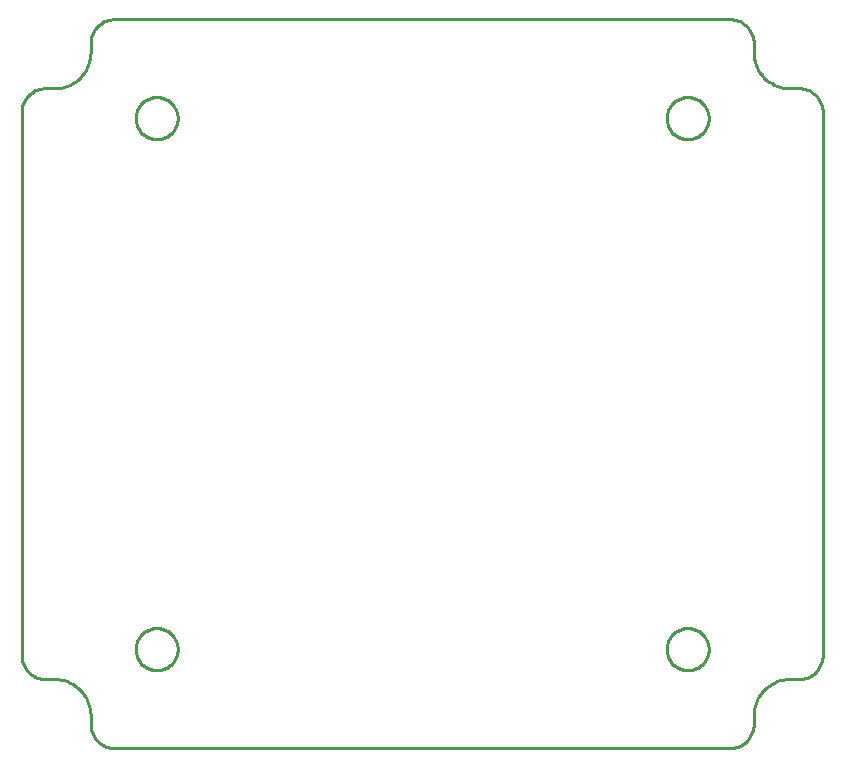
<source format=gbr>
G04 EAGLE Gerber RS-274X export*
G75*
%MOMM*%
%FSLAX34Y34*%
%LPD*%
%IN*%
%IPPOS*%
%AMOC8*
5,1,8,0,0,1.08239X$1,22.5*%
G01*
%ADD10C,0.254000*%


D10*
X0Y78740D02*
X77Y76969D01*
X309Y75211D01*
X692Y73481D01*
X1225Y71790D01*
X1904Y70152D01*
X2722Y68580D01*
X3675Y67085D01*
X4754Y65679D01*
X5952Y64372D01*
X7259Y63174D01*
X8665Y62095D01*
X10160Y61142D01*
X11732Y60324D01*
X13370Y59645D01*
X15061Y59112D01*
X16791Y58729D01*
X18549Y58497D01*
X20320Y58420D01*
X27940Y58420D01*
X30597Y58304D01*
X33233Y57957D01*
X35829Y57381D01*
X38365Y56582D01*
X40821Y55564D01*
X43180Y54336D01*
X45423Y52908D01*
X47532Y51289D01*
X49493Y49493D01*
X51289Y47532D01*
X52908Y45423D01*
X54336Y43180D01*
X55564Y40821D01*
X56582Y38365D01*
X57381Y35829D01*
X57957Y33233D01*
X58304Y30597D01*
X58420Y27940D01*
X58420Y20320D01*
X58497Y18549D01*
X58729Y16791D01*
X59112Y15061D01*
X59645Y13370D01*
X60324Y11732D01*
X61142Y10160D01*
X62095Y8665D01*
X63174Y7259D01*
X64372Y5952D01*
X65679Y4754D01*
X67085Y3675D01*
X68580Y2722D01*
X70152Y1904D01*
X71790Y1225D01*
X73481Y692D01*
X75211Y309D01*
X76969Y77D01*
X78740Y0D01*
X599440Y0D01*
X601211Y77D01*
X602969Y309D01*
X604699Y692D01*
X606390Y1225D01*
X608028Y1904D01*
X609600Y2722D01*
X611095Y3675D01*
X612501Y4754D01*
X613808Y5952D01*
X615006Y7259D01*
X616085Y8665D01*
X617038Y10160D01*
X617856Y11732D01*
X618535Y13370D01*
X619068Y15061D01*
X619451Y16791D01*
X619683Y18549D01*
X619760Y20320D01*
X619760Y27940D01*
X619876Y30597D01*
X620223Y33233D01*
X620799Y35829D01*
X621598Y38365D01*
X622616Y40821D01*
X623844Y43180D01*
X625272Y45423D01*
X626891Y47532D01*
X628687Y49493D01*
X630648Y51289D01*
X632757Y52908D01*
X635000Y54336D01*
X637359Y55564D01*
X639815Y56582D01*
X642351Y57381D01*
X644947Y57957D01*
X647584Y58304D01*
X650240Y58420D01*
X657860Y58420D01*
X659631Y58497D01*
X661389Y58729D01*
X663119Y59112D01*
X664810Y59645D01*
X666448Y60324D01*
X668020Y61142D01*
X669515Y62095D01*
X670921Y63174D01*
X672228Y64372D01*
X673426Y65679D01*
X674505Y67085D01*
X675458Y68580D01*
X676276Y70152D01*
X676955Y71790D01*
X677488Y73481D01*
X677871Y75211D01*
X678103Y76969D01*
X678180Y78740D01*
X678180Y538480D01*
X678103Y540251D01*
X677871Y542009D01*
X677488Y543739D01*
X676955Y545430D01*
X676276Y547068D01*
X675458Y548640D01*
X674505Y550135D01*
X673426Y551541D01*
X672228Y552848D01*
X670921Y554046D01*
X669515Y555125D01*
X668020Y556078D01*
X666448Y556896D01*
X664810Y557575D01*
X663119Y558108D01*
X661389Y558491D01*
X659631Y558723D01*
X657860Y558800D01*
X650240Y558800D01*
X647584Y558916D01*
X644947Y559263D01*
X642351Y559839D01*
X639815Y560638D01*
X637359Y561656D01*
X635000Y562884D01*
X632757Y564312D01*
X630648Y565931D01*
X628687Y567727D01*
X626891Y569688D01*
X625272Y571797D01*
X623844Y574040D01*
X622616Y576399D01*
X621598Y578855D01*
X620799Y581391D01*
X620223Y583987D01*
X619876Y586624D01*
X619760Y589280D01*
X619760Y596900D01*
X619683Y598671D01*
X619451Y600429D01*
X619068Y602159D01*
X618535Y603850D01*
X617856Y605488D01*
X617038Y607060D01*
X616085Y608555D01*
X615006Y609961D01*
X613808Y611268D01*
X612501Y612466D01*
X611095Y613545D01*
X609600Y614498D01*
X608028Y615316D01*
X606390Y615995D01*
X604699Y616528D01*
X602969Y616911D01*
X601211Y617143D01*
X599440Y617220D01*
X78740Y617220D01*
X76969Y617143D01*
X75211Y616911D01*
X73481Y616528D01*
X71790Y615995D01*
X70152Y615316D01*
X68580Y614498D01*
X67085Y613545D01*
X65679Y612466D01*
X64372Y611268D01*
X63174Y609961D01*
X62095Y608555D01*
X61142Y607060D01*
X60324Y605488D01*
X59645Y603850D01*
X59112Y602159D01*
X58729Y600429D01*
X58497Y598671D01*
X58420Y596900D01*
X58420Y589280D01*
X58304Y586624D01*
X57957Y583987D01*
X57381Y581391D01*
X56582Y578855D01*
X55564Y576399D01*
X54336Y574040D01*
X52908Y571797D01*
X51289Y569688D01*
X49493Y567727D01*
X47532Y565931D01*
X45423Y564312D01*
X43180Y562884D01*
X40821Y561656D01*
X38365Y560638D01*
X35829Y559839D01*
X33233Y559263D01*
X30597Y558916D01*
X27940Y558800D01*
X20320Y558800D01*
X18549Y558723D01*
X16791Y558491D01*
X15061Y558108D01*
X13370Y557575D01*
X11732Y556896D01*
X10160Y556078D01*
X8665Y555125D01*
X7259Y554046D01*
X5952Y552848D01*
X4754Y551541D01*
X3675Y550135D01*
X2722Y548640D01*
X1904Y547068D01*
X1225Y545430D01*
X692Y543739D01*
X309Y542009D01*
X77Y540251D01*
X0Y538480D01*
X0Y78740D01*
X132080Y532818D02*
X132004Y531656D01*
X131852Y530502D01*
X131625Y529360D01*
X131324Y528236D01*
X130949Y527134D01*
X130504Y526058D01*
X129989Y525014D01*
X129407Y524006D01*
X128760Y523038D01*
X128052Y522114D01*
X127284Y521239D01*
X126461Y520416D01*
X125586Y519649D01*
X124662Y518940D01*
X123694Y518293D01*
X122686Y517711D01*
X121642Y517196D01*
X120566Y516751D01*
X119464Y516377D01*
X118340Y516075D01*
X117198Y515848D01*
X116044Y515696D01*
X114882Y515620D01*
X113718Y515620D01*
X112556Y515696D01*
X111402Y515848D01*
X110260Y516075D01*
X109136Y516377D01*
X108034Y516751D01*
X106958Y517196D01*
X105914Y517711D01*
X104906Y518293D01*
X103938Y518940D01*
X103014Y519649D01*
X102139Y520416D01*
X101316Y521239D01*
X100549Y522114D01*
X99840Y523038D01*
X99193Y524006D01*
X98611Y525014D01*
X98096Y526058D01*
X97651Y527134D01*
X97277Y528236D01*
X96975Y529360D01*
X96748Y530502D01*
X96596Y531656D01*
X96520Y532818D01*
X96520Y533982D01*
X96596Y535144D01*
X96748Y536298D01*
X96975Y537440D01*
X97277Y538564D01*
X97651Y539666D01*
X98096Y540742D01*
X98611Y541786D01*
X99193Y542794D01*
X99840Y543762D01*
X100549Y544686D01*
X101316Y545561D01*
X102139Y546384D01*
X103014Y547152D01*
X103938Y547860D01*
X104906Y548507D01*
X105914Y549089D01*
X106958Y549604D01*
X108034Y550049D01*
X109136Y550424D01*
X110260Y550725D01*
X111402Y550952D01*
X112556Y551104D01*
X113718Y551180D01*
X114882Y551180D01*
X116044Y551104D01*
X117198Y550952D01*
X118340Y550725D01*
X119464Y550424D01*
X120566Y550049D01*
X121642Y549604D01*
X122686Y549089D01*
X123694Y548507D01*
X124662Y547860D01*
X125586Y547152D01*
X126461Y546384D01*
X127284Y545561D01*
X128052Y544686D01*
X128760Y543762D01*
X129407Y542794D01*
X129989Y541786D01*
X130504Y540742D01*
X130949Y539666D01*
X131324Y538564D01*
X131625Y537440D01*
X131852Y536298D01*
X132004Y535144D01*
X132080Y533982D01*
X132080Y532818D01*
X581660Y532818D02*
X581584Y531656D01*
X581432Y530502D01*
X581205Y529360D01*
X580904Y528236D01*
X580529Y527134D01*
X580084Y526058D01*
X579569Y525014D01*
X578987Y524006D01*
X578340Y523038D01*
X577632Y522114D01*
X576864Y521239D01*
X576041Y520416D01*
X575166Y519649D01*
X574242Y518940D01*
X573274Y518293D01*
X572266Y517711D01*
X571222Y517196D01*
X570146Y516751D01*
X569044Y516377D01*
X567920Y516075D01*
X566778Y515848D01*
X565624Y515696D01*
X564462Y515620D01*
X563298Y515620D01*
X562136Y515696D01*
X560982Y515848D01*
X559840Y516075D01*
X558716Y516377D01*
X557614Y516751D01*
X556538Y517196D01*
X555494Y517711D01*
X554486Y518293D01*
X553518Y518940D01*
X552594Y519649D01*
X551719Y520416D01*
X550896Y521239D01*
X550129Y522114D01*
X549420Y523038D01*
X548773Y524006D01*
X548191Y525014D01*
X547676Y526058D01*
X547231Y527134D01*
X546857Y528236D01*
X546555Y529360D01*
X546328Y530502D01*
X546176Y531656D01*
X546100Y532818D01*
X546100Y533982D01*
X546176Y535144D01*
X546328Y536298D01*
X546555Y537440D01*
X546857Y538564D01*
X547231Y539666D01*
X547676Y540742D01*
X548191Y541786D01*
X548773Y542794D01*
X549420Y543762D01*
X550129Y544686D01*
X550896Y545561D01*
X551719Y546384D01*
X552594Y547152D01*
X553518Y547860D01*
X554486Y548507D01*
X555494Y549089D01*
X556538Y549604D01*
X557614Y550049D01*
X558716Y550424D01*
X559840Y550725D01*
X560982Y550952D01*
X562136Y551104D01*
X563298Y551180D01*
X564462Y551180D01*
X565624Y551104D01*
X566778Y550952D01*
X567920Y550725D01*
X569044Y550424D01*
X570146Y550049D01*
X571222Y549604D01*
X572266Y549089D01*
X573274Y548507D01*
X574242Y547860D01*
X575166Y547152D01*
X576041Y546384D01*
X576864Y545561D01*
X577632Y544686D01*
X578340Y543762D01*
X578987Y542794D01*
X579569Y541786D01*
X580084Y540742D01*
X580529Y539666D01*
X580904Y538564D01*
X581205Y537440D01*
X581432Y536298D01*
X581584Y535144D01*
X581660Y533982D01*
X581660Y532818D01*
X581660Y83238D02*
X581584Y82076D01*
X581432Y80922D01*
X581205Y79780D01*
X580904Y78656D01*
X580529Y77554D01*
X580084Y76478D01*
X579569Y75434D01*
X578987Y74426D01*
X578340Y73458D01*
X577632Y72534D01*
X576864Y71659D01*
X576041Y70836D01*
X575166Y70069D01*
X574242Y69360D01*
X573274Y68713D01*
X572266Y68131D01*
X571222Y67616D01*
X570146Y67171D01*
X569044Y66797D01*
X567920Y66495D01*
X566778Y66268D01*
X565624Y66116D01*
X564462Y66040D01*
X563298Y66040D01*
X562136Y66116D01*
X560982Y66268D01*
X559840Y66495D01*
X558716Y66797D01*
X557614Y67171D01*
X556538Y67616D01*
X555494Y68131D01*
X554486Y68713D01*
X553518Y69360D01*
X552594Y70069D01*
X551719Y70836D01*
X550896Y71659D01*
X550129Y72534D01*
X549420Y73458D01*
X548773Y74426D01*
X548191Y75434D01*
X547676Y76478D01*
X547231Y77554D01*
X546857Y78656D01*
X546555Y79780D01*
X546328Y80922D01*
X546176Y82076D01*
X546100Y83238D01*
X546100Y84402D01*
X546176Y85564D01*
X546328Y86718D01*
X546555Y87860D01*
X546857Y88984D01*
X547231Y90086D01*
X547676Y91162D01*
X548191Y92206D01*
X548773Y93214D01*
X549420Y94182D01*
X550129Y95106D01*
X550896Y95981D01*
X551719Y96804D01*
X552594Y97572D01*
X553518Y98280D01*
X554486Y98927D01*
X555494Y99509D01*
X556538Y100024D01*
X557614Y100469D01*
X558716Y100844D01*
X559840Y101145D01*
X560982Y101372D01*
X562136Y101524D01*
X563298Y101600D01*
X564462Y101600D01*
X565624Y101524D01*
X566778Y101372D01*
X567920Y101145D01*
X569044Y100844D01*
X570146Y100469D01*
X571222Y100024D01*
X572266Y99509D01*
X573274Y98927D01*
X574242Y98280D01*
X575166Y97572D01*
X576041Y96804D01*
X576864Y95981D01*
X577632Y95106D01*
X578340Y94182D01*
X578987Y93214D01*
X579569Y92206D01*
X580084Y91162D01*
X580529Y90086D01*
X580904Y88984D01*
X581205Y87860D01*
X581432Y86718D01*
X581584Y85564D01*
X581660Y84402D01*
X581660Y83238D01*
X132080Y83238D02*
X132004Y82076D01*
X131852Y80922D01*
X131625Y79780D01*
X131324Y78656D01*
X130949Y77554D01*
X130504Y76478D01*
X129989Y75434D01*
X129407Y74426D01*
X128760Y73458D01*
X128052Y72534D01*
X127284Y71659D01*
X126461Y70836D01*
X125586Y70069D01*
X124662Y69360D01*
X123694Y68713D01*
X122686Y68131D01*
X121642Y67616D01*
X120566Y67171D01*
X119464Y66797D01*
X118340Y66495D01*
X117198Y66268D01*
X116044Y66116D01*
X114882Y66040D01*
X113718Y66040D01*
X112556Y66116D01*
X111402Y66268D01*
X110260Y66495D01*
X109136Y66797D01*
X108034Y67171D01*
X106958Y67616D01*
X105914Y68131D01*
X104906Y68713D01*
X103938Y69360D01*
X103014Y70069D01*
X102139Y70836D01*
X101316Y71659D01*
X100549Y72534D01*
X99840Y73458D01*
X99193Y74426D01*
X98611Y75434D01*
X98096Y76478D01*
X97651Y77554D01*
X97277Y78656D01*
X96975Y79780D01*
X96748Y80922D01*
X96596Y82076D01*
X96520Y83238D01*
X96520Y84402D01*
X96596Y85564D01*
X96748Y86718D01*
X96975Y87860D01*
X97277Y88984D01*
X97651Y90086D01*
X98096Y91162D01*
X98611Y92206D01*
X99193Y93214D01*
X99840Y94182D01*
X100549Y95106D01*
X101316Y95981D01*
X102139Y96804D01*
X103014Y97572D01*
X103938Y98280D01*
X104906Y98927D01*
X105914Y99509D01*
X106958Y100024D01*
X108034Y100469D01*
X109136Y100844D01*
X110260Y101145D01*
X111402Y101372D01*
X112556Y101524D01*
X113718Y101600D01*
X114882Y101600D01*
X116044Y101524D01*
X117198Y101372D01*
X118340Y101145D01*
X119464Y100844D01*
X120566Y100469D01*
X121642Y100024D01*
X122686Y99509D01*
X123694Y98927D01*
X124662Y98280D01*
X125586Y97572D01*
X126461Y96804D01*
X127284Y95981D01*
X128052Y95106D01*
X128760Y94182D01*
X129407Y93214D01*
X129989Y92206D01*
X130504Y91162D01*
X130949Y90086D01*
X131324Y88984D01*
X131625Y87860D01*
X131852Y86718D01*
X132004Y85564D01*
X132080Y84402D01*
X132080Y83238D01*
M02*

</source>
